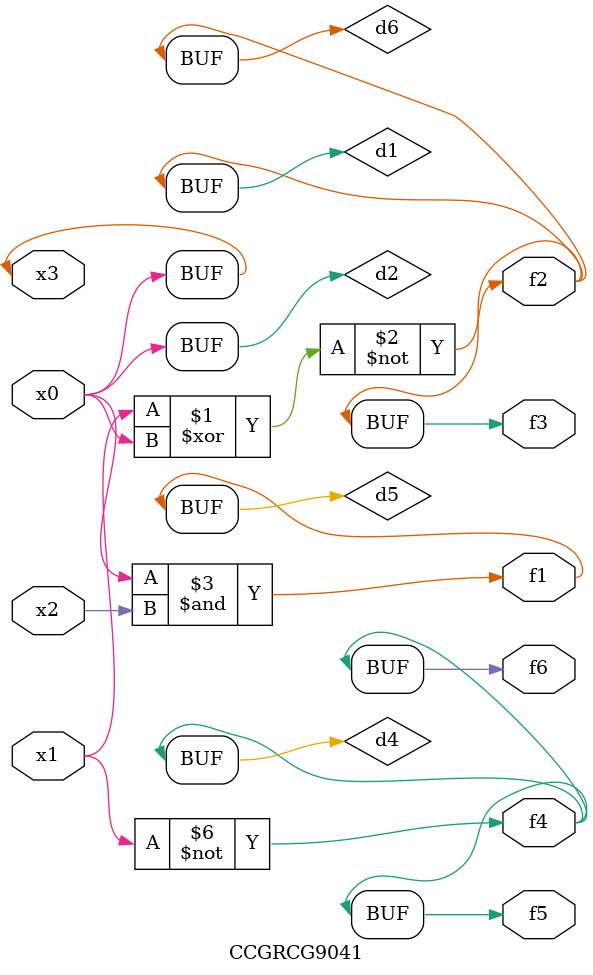
<source format=v>
module CCGRCG9041(
	input x0, x1, x2, x3,
	output f1, f2, f3, f4, f5, f6
);

	wire d1, d2, d3, d4, d5, d6;

	xnor (d1, x1, x3);
	buf (d2, x0, x3);
	nand (d3, x0, x2);
	not (d4, x1);
	nand (d5, d3);
	or (d6, d1);
	assign f1 = d5;
	assign f2 = d6;
	assign f3 = d6;
	assign f4 = d4;
	assign f5 = d4;
	assign f6 = d4;
endmodule

</source>
